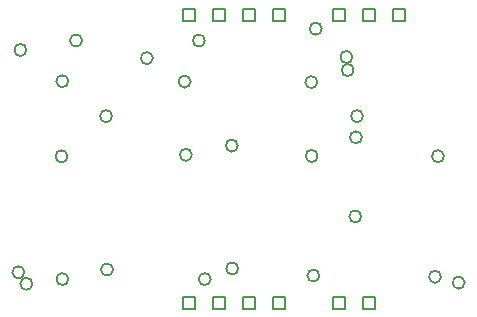
<source format=gbr>
%TF.GenerationSoftware,Altium Limited,Altium Designer,23.5.1 (21)*%
G04 Layer_Color=2752767*
%FSLAX45Y45*%
%MOMM*%
%TF.SameCoordinates,90272B24-A97A-474C-8309-4AF10B7EB36B*%
%TF.FilePolarity,Positive*%
%TF.FileFunction,Drawing*%
%TF.Part,Single*%
G01*
G75*
%TA.AperFunction,NonConductor*%
%ADD33C,0.12700*%
%ADD34C,0.16933*%
D33*
X3521200Y2389200D02*
Y2490800D01*
X3622800D01*
Y2389200D01*
X3521200D01*
X3013200D02*
Y2490800D01*
X3114800D01*
Y2389200D01*
X3013200D01*
X3267200D02*
Y2490800D01*
X3368800D01*
Y2389200D01*
X3267200D01*
X2505200Y-50800D02*
Y50800D01*
X2606800D01*
Y-50800D01*
X2505200D01*
X2251200D02*
Y50800D01*
X2352800D01*
Y-50800D01*
X2251200D01*
X1997200D02*
Y50800D01*
X2098800D01*
Y-50800D01*
X1997200D01*
X1743200D02*
Y50800D01*
X1844800D01*
Y-50800D01*
X1743200D01*
Y2389200D02*
Y2490800D01*
X1844800D01*
Y2389200D01*
X1743200D01*
X1997200D02*
Y2490800D01*
X2098800D01*
Y2389200D01*
X1997200D01*
X2251200D02*
Y2490800D01*
X2352800D01*
Y2389200D01*
X2251200D01*
X2505200D02*
Y2490800D01*
X2606800D01*
Y2389200D01*
X2505200D01*
X3267200Y-50800D02*
Y50800D01*
X3368800D01*
Y-50800D01*
X3267200D01*
X3013200D02*
Y50800D01*
X3114800D01*
Y-50800D01*
X3013200D01*
D34*
X768300Y1240000D02*
G03*
X768300Y1240000I-50800J0D01*
G01*
X3269911Y1580000D02*
G03*
X3269911Y1580000I-50800J0D01*
G01*
X3955400Y1240400D02*
G03*
X3955400Y1240400I-50800J0D01*
G01*
X2885800Y1242500D02*
G03*
X2885800Y1242500I-50800J0D01*
G01*
X1820800Y1252500D02*
G03*
X1820800Y1252500I-50800J0D01*
G01*
X2213900Y290000D02*
G03*
X2213900Y290000I-50800J0D01*
G01*
X775800Y1875000D02*
G03*
X775800Y1875000I-50800J0D01*
G01*
X2900800Y230000D02*
G03*
X2900800Y230000I-50800J0D01*
G01*
X1145800Y1580000D02*
G03*
X1145800Y1580000I-50800J0D01*
G01*
X3255800Y730000D02*
G03*
X3255800Y730000I-50800J0D01*
G01*
X775800Y199600D02*
G03*
X775800Y199600I-50800J0D01*
G01*
X403300Y257500D02*
G03*
X403300Y257500I-50800J0D01*
G01*
X1153900Y280400D02*
G03*
X1153900Y280400I-50800J0D01*
G01*
X2883300Y1867500D02*
G03*
X2883300Y1867500I-50800J0D01*
G01*
X1810800Y1872500D02*
G03*
X1810800Y1872500I-50800J0D01*
G01*
X1980800Y200000D02*
G03*
X1980800Y200000I-50800J0D01*
G01*
X3260800Y1400000D02*
G03*
X3260800Y1400000I-50800J0D01*
G01*
X3190800Y1970000D02*
G03*
X3190800Y1970000I-50800J0D01*
G01*
X3930800Y220000D02*
G03*
X3930800Y220000I-50800J0D01*
G01*
X420800Y2140000D02*
G03*
X420800Y2140000I-50800J0D01*
G01*
X1490800Y2070000D02*
G03*
X1490800Y2070000I-50800J0D01*
G01*
X4130800Y170000D02*
G03*
X4130800Y170000I-50800J0D01*
G01*
X470800Y160000D02*
G03*
X470800Y160000I-50800J0D01*
G01*
X2920800Y2320000D02*
G03*
X2920800Y2320000I-50800J0D01*
G01*
X2210223Y1330016D02*
G03*
X2210223Y1330016I-50800J0D01*
G01*
X3180800Y2080000D02*
G03*
X3180800Y2080000I-50800J0D01*
G01*
X1930800Y2220000D02*
G03*
X1930800Y2220000I-50800J0D01*
G01*
X890800D02*
G03*
X890800Y2220000I-50800J0D01*
G01*
%TF.MD5,d06f7abe6507c1e0362f2e07e9e47a9e*%
M02*

</source>
